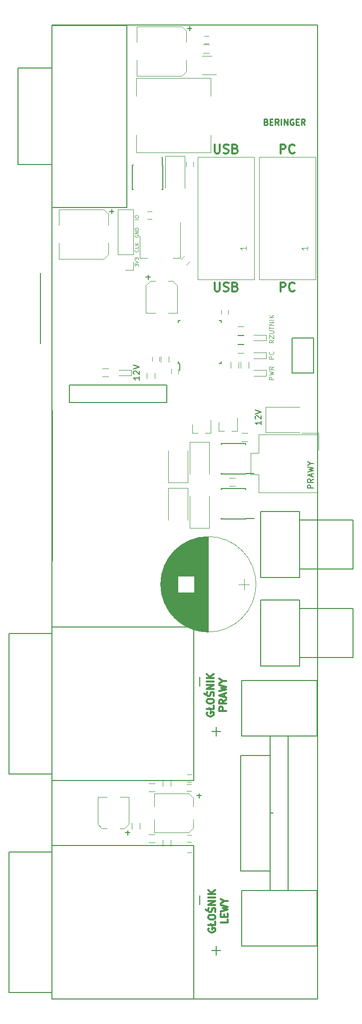
<source format=gbr>
G04 #@! TF.GenerationSoftware,KiCad,Pcbnew,(5.0.0-rc2-dev-311-g1dd4af297)*
G04 #@! TF.CreationDate,2018-07-03T13:58:45+02:00*
G04 #@! TF.ProjectId,resetUSB,72657365745553422E6B696361645F70,1.0*
G04 #@! TF.SameCoordinates,PX29ff57cPY2521014*
G04 #@! TF.FileFunction,Legend,Top*
G04 #@! TF.FilePolarity,Positive*
%FSLAX46Y46*%
G04 Gerber Fmt 4.6, Leading zero omitted, Abs format (unit mm)*
G04 Created by KiCad (PCBNEW (5.0.0-rc2-dev-311-g1dd4af297)) date 07/03/18 13:58:45*
%MOMM*%
%LPD*%
G01*
G04 APERTURE LIST*
%ADD10C,0.150000*%
%ADD11C,0.250000*%
%ADD12C,0.300000*%
%ADD13C,0.100000*%
%ADD14C,0.200000*%
%ADD15C,0.120000*%
G04 APERTURE END LIST*
D10*
X35452380Y-67119047D02*
X35452380Y-67690476D01*
X35452380Y-67404761D02*
X34452380Y-67404761D01*
X34595238Y-67500000D01*
X34690476Y-67595238D01*
X34738095Y-67690476D01*
X34547619Y-66738095D02*
X34500000Y-66690476D01*
X34452380Y-66595238D01*
X34452380Y-66357142D01*
X34500000Y-66261904D01*
X34547619Y-66214285D01*
X34642857Y-66166666D01*
X34738095Y-66166666D01*
X34880952Y-66214285D01*
X35452380Y-66785714D01*
X35452380Y-66166666D01*
X34452380Y-65880952D02*
X35452380Y-65547619D01*
X34452380Y-65214285D01*
D11*
X36274761Y-16438571D02*
X36417619Y-16486190D01*
X36465238Y-16533809D01*
X36512857Y-16629047D01*
X36512857Y-16771904D01*
X36465238Y-16867142D01*
X36417619Y-16914761D01*
X36322380Y-16962380D01*
X35941428Y-16962380D01*
X35941428Y-15962380D01*
X36274761Y-15962380D01*
X36370000Y-16010000D01*
X36417619Y-16057619D01*
X36465238Y-16152857D01*
X36465238Y-16248095D01*
X36417619Y-16343333D01*
X36370000Y-16390952D01*
X36274761Y-16438571D01*
X35941428Y-16438571D01*
X36941428Y-16438571D02*
X37274761Y-16438571D01*
X37417619Y-16962380D02*
X36941428Y-16962380D01*
X36941428Y-15962380D01*
X37417619Y-15962380D01*
X38417619Y-16962380D02*
X38084285Y-16486190D01*
X37846190Y-16962380D02*
X37846190Y-15962380D01*
X38227142Y-15962380D01*
X38322380Y-16010000D01*
X38370000Y-16057619D01*
X38417619Y-16152857D01*
X38417619Y-16295714D01*
X38370000Y-16390952D01*
X38322380Y-16438571D01*
X38227142Y-16486190D01*
X37846190Y-16486190D01*
X38846190Y-16962380D02*
X38846190Y-15962380D01*
X39322380Y-16962380D02*
X39322380Y-15962380D01*
X39893809Y-16962380D01*
X39893809Y-15962380D01*
X40893809Y-16010000D02*
X40798571Y-15962380D01*
X40655714Y-15962380D01*
X40512857Y-16010000D01*
X40417619Y-16105238D01*
X40370000Y-16200476D01*
X40322380Y-16390952D01*
X40322380Y-16533809D01*
X40370000Y-16724285D01*
X40417619Y-16819523D01*
X40512857Y-16914761D01*
X40655714Y-16962380D01*
X40750952Y-16962380D01*
X40893809Y-16914761D01*
X40941428Y-16867142D01*
X40941428Y-16533809D01*
X40750952Y-16533809D01*
X41370000Y-16438571D02*
X41703333Y-16438571D01*
X41846190Y-16962380D02*
X41370000Y-16962380D01*
X41370000Y-15962380D01*
X41846190Y-15962380D01*
X42846190Y-16962380D02*
X42512857Y-16486190D01*
X42274761Y-16962380D02*
X42274761Y-15962380D01*
X42655714Y-15962380D01*
X42750952Y-16010000D01*
X42798571Y-16057619D01*
X42846190Y-16152857D01*
X42846190Y-16295714D01*
X42798571Y-16390952D01*
X42750952Y-16438571D01*
X42655714Y-16486190D01*
X42274761Y-16486190D01*
D12*
X27571142Y-43628571D02*
X27571142Y-44842857D01*
X27642571Y-44985714D01*
X27714000Y-45057142D01*
X27856857Y-45128571D01*
X28142571Y-45128571D01*
X28285428Y-45057142D01*
X28356857Y-44985714D01*
X28428285Y-44842857D01*
X28428285Y-43628571D01*
X29071142Y-45057142D02*
X29285428Y-45128571D01*
X29642571Y-45128571D01*
X29785428Y-45057142D01*
X29856857Y-44985714D01*
X29928285Y-44842857D01*
X29928285Y-44700000D01*
X29856857Y-44557142D01*
X29785428Y-44485714D01*
X29642571Y-44414285D01*
X29356857Y-44342857D01*
X29214000Y-44271428D01*
X29142571Y-44200000D01*
X29071142Y-44057142D01*
X29071142Y-43914285D01*
X29142571Y-43771428D01*
X29214000Y-43700000D01*
X29356857Y-43628571D01*
X29714000Y-43628571D01*
X29928285Y-43700000D01*
X31071142Y-44342857D02*
X31285428Y-44414285D01*
X31356857Y-44485714D01*
X31428285Y-44628571D01*
X31428285Y-44842857D01*
X31356857Y-44985714D01*
X31285428Y-45057142D01*
X31142571Y-45128571D01*
X30571142Y-45128571D01*
X30571142Y-43628571D01*
X31071142Y-43628571D01*
X31214000Y-43700000D01*
X31285428Y-43771428D01*
X31356857Y-43914285D01*
X31356857Y-44057142D01*
X31285428Y-44200000D01*
X31214000Y-44271428D01*
X31071142Y-44342857D01*
X30571142Y-44342857D01*
X38735142Y-45128571D02*
X38735142Y-43628571D01*
X39306571Y-43628571D01*
X39449428Y-43700000D01*
X39520857Y-43771428D01*
X39592285Y-43914285D01*
X39592285Y-44128571D01*
X39520857Y-44271428D01*
X39449428Y-44342857D01*
X39306571Y-44414285D01*
X38735142Y-44414285D01*
X41092285Y-44985714D02*
X41020857Y-45057142D01*
X40806571Y-45128571D01*
X40663714Y-45128571D01*
X40449428Y-45057142D01*
X40306571Y-44914285D01*
X40235142Y-44771428D01*
X40163714Y-44485714D01*
X40163714Y-44271428D01*
X40235142Y-43985714D01*
X40306571Y-43842857D01*
X40449428Y-43700000D01*
X40663714Y-43628571D01*
X40806571Y-43628571D01*
X41020857Y-43700000D01*
X41092285Y-43771428D01*
D13*
X14622428Y-32953285D02*
X14022428Y-32953285D01*
X14022428Y-32553285D02*
X14022428Y-32439000D01*
X14051000Y-32381857D01*
X14108142Y-32324714D01*
X14222428Y-32296142D01*
X14422428Y-32296142D01*
X14536714Y-32324714D01*
X14593857Y-32381857D01*
X14622428Y-32439000D01*
X14622428Y-32553285D01*
X14593857Y-32610428D01*
X14536714Y-32667571D01*
X14422428Y-32696142D01*
X14222428Y-32696142D01*
X14108142Y-32667571D01*
X14051000Y-32610428D01*
X14022428Y-32553285D01*
X14051000Y-35636142D02*
X14022428Y-35693285D01*
X14022428Y-35779000D01*
X14051000Y-35864714D01*
X14108142Y-35921857D01*
X14165285Y-35950428D01*
X14279571Y-35979000D01*
X14365285Y-35979000D01*
X14479571Y-35950428D01*
X14536714Y-35921857D01*
X14593857Y-35864714D01*
X14622428Y-35779000D01*
X14622428Y-35721857D01*
X14593857Y-35636142D01*
X14565285Y-35607571D01*
X14365285Y-35607571D01*
X14365285Y-35721857D01*
X14622428Y-35350428D02*
X14022428Y-35350428D01*
X14622428Y-35007571D01*
X14022428Y-35007571D01*
X14622428Y-34721857D02*
X14022428Y-34721857D01*
X14022428Y-34579000D01*
X14051000Y-34493285D01*
X14108142Y-34436142D01*
X14165285Y-34407571D01*
X14279571Y-34379000D01*
X14365285Y-34379000D01*
X14479571Y-34407571D01*
X14536714Y-34436142D01*
X14593857Y-34493285D01*
X14622428Y-34579000D01*
X14622428Y-34721857D01*
X14565285Y-38076142D02*
X14593857Y-38104714D01*
X14622428Y-38190428D01*
X14622428Y-38247571D01*
X14593857Y-38333285D01*
X14536714Y-38390428D01*
X14479571Y-38419000D01*
X14365285Y-38447571D01*
X14279571Y-38447571D01*
X14165285Y-38419000D01*
X14108142Y-38390428D01*
X14051000Y-38333285D01*
X14022428Y-38247571D01*
X14022428Y-38190428D01*
X14051000Y-38104714D01*
X14079571Y-38076142D01*
X14622428Y-37533285D02*
X14622428Y-37819000D01*
X14022428Y-37819000D01*
X14622428Y-37333285D02*
X14022428Y-37333285D01*
X14622428Y-36990428D02*
X14279571Y-37247571D01*
X14022428Y-36990428D02*
X14365285Y-37333285D01*
X14022428Y-40874857D02*
X14022428Y-40503428D01*
X14251000Y-40703428D01*
X14251000Y-40617714D01*
X14279571Y-40560571D01*
X14308142Y-40532000D01*
X14365285Y-40503428D01*
X14508142Y-40503428D01*
X14565285Y-40532000D01*
X14593857Y-40560571D01*
X14622428Y-40617714D01*
X14622428Y-40789142D01*
X14593857Y-40846285D01*
X14565285Y-40874857D01*
X14022428Y-40332000D02*
X14622428Y-40132000D01*
X14022428Y-39932000D01*
X14022428Y-39789142D02*
X14022428Y-39417714D01*
X14251000Y-39617714D01*
X14251000Y-39532000D01*
X14279571Y-39474857D01*
X14308142Y-39446285D01*
X14365285Y-39417714D01*
X14508142Y-39417714D01*
X14565285Y-39446285D01*
X14593857Y-39474857D01*
X14622428Y-39532000D01*
X14622428Y-39703428D01*
X14593857Y-39760571D01*
X14565285Y-39789142D01*
D10*
X0Y-165000000D02*
X0Y0D01*
X45000000Y-165000000D02*
X0Y-165000000D01*
X45000000Y0D02*
X45000000Y-165000000D01*
X0Y0D02*
X45000000Y0D01*
D12*
X27571142Y-20260571D02*
X27571142Y-21474857D01*
X27642571Y-21617714D01*
X27714000Y-21689142D01*
X27856857Y-21760571D01*
X28142571Y-21760571D01*
X28285428Y-21689142D01*
X28356857Y-21617714D01*
X28428285Y-21474857D01*
X28428285Y-20260571D01*
X29071142Y-21689142D02*
X29285428Y-21760571D01*
X29642571Y-21760571D01*
X29785428Y-21689142D01*
X29856857Y-21617714D01*
X29928285Y-21474857D01*
X29928285Y-21332000D01*
X29856857Y-21189142D01*
X29785428Y-21117714D01*
X29642571Y-21046285D01*
X29356857Y-20974857D01*
X29214000Y-20903428D01*
X29142571Y-20832000D01*
X29071142Y-20689142D01*
X29071142Y-20546285D01*
X29142571Y-20403428D01*
X29214000Y-20332000D01*
X29356857Y-20260571D01*
X29714000Y-20260571D01*
X29928285Y-20332000D01*
X31071142Y-20974857D02*
X31285428Y-21046285D01*
X31356857Y-21117714D01*
X31428285Y-21260571D01*
X31428285Y-21474857D01*
X31356857Y-21617714D01*
X31285428Y-21689142D01*
X31142571Y-21760571D01*
X30571142Y-21760571D01*
X30571142Y-20260571D01*
X31071142Y-20260571D01*
X31214000Y-20332000D01*
X31285428Y-20403428D01*
X31356857Y-20546285D01*
X31356857Y-20689142D01*
X31285428Y-20832000D01*
X31214000Y-20903428D01*
X31071142Y-20974857D01*
X30571142Y-20974857D01*
X26544000Y-152999714D02*
X26486857Y-153114000D01*
X26486857Y-153285428D01*
X26544000Y-153456857D01*
X26658285Y-153571142D01*
X26772571Y-153628285D01*
X27001142Y-153685428D01*
X27172571Y-153685428D01*
X27401142Y-153628285D01*
X27515428Y-153571142D01*
X27629714Y-153456857D01*
X27686857Y-153285428D01*
X27686857Y-153171142D01*
X27629714Y-152999714D01*
X27572571Y-152942571D01*
X27172571Y-152942571D01*
X27172571Y-153171142D01*
X27686857Y-151856857D02*
X27686857Y-152428285D01*
X26486857Y-152428285D01*
X27115428Y-152599714D02*
X26886857Y-152256857D01*
X26486857Y-151228285D02*
X26486857Y-150999714D01*
X26544000Y-150885428D01*
X26658285Y-150771142D01*
X26886857Y-150714000D01*
X27286857Y-150714000D01*
X27515428Y-150771142D01*
X27629714Y-150885428D01*
X27686857Y-150999714D01*
X27686857Y-151228285D01*
X27629714Y-151342571D01*
X27515428Y-151456857D01*
X27286857Y-151514000D01*
X26886857Y-151514000D01*
X26658285Y-151456857D01*
X26544000Y-151342571D01*
X26486857Y-151228285D01*
X27629714Y-150256857D02*
X27686857Y-150085428D01*
X27686857Y-149799714D01*
X27629714Y-149685428D01*
X27572571Y-149628285D01*
X27458285Y-149571142D01*
X27344000Y-149571142D01*
X27229714Y-149628285D01*
X27172571Y-149685428D01*
X27115428Y-149799714D01*
X27058285Y-150028285D01*
X27001142Y-150142571D01*
X26944000Y-150199714D01*
X26829714Y-150256857D01*
X26715428Y-150256857D01*
X26601142Y-150199714D01*
X26544000Y-150142571D01*
X26486857Y-150028285D01*
X26486857Y-149742571D01*
X26544000Y-149571142D01*
X26029714Y-149799714D02*
X26201142Y-149971142D01*
X27686857Y-149056857D02*
X26486857Y-149056857D01*
X27686857Y-148371142D01*
X26486857Y-148371142D01*
X27686857Y-147799714D02*
X26486857Y-147799714D01*
X27686857Y-147228285D02*
X26486857Y-147228285D01*
X27686857Y-146542571D02*
X27001142Y-147056857D01*
X26486857Y-146542571D02*
X27172571Y-147228285D01*
X29786857Y-151485428D02*
X29786857Y-152056857D01*
X28586857Y-152056857D01*
X29158285Y-151085428D02*
X29158285Y-150685428D01*
X29786857Y-150514000D02*
X29786857Y-151085428D01*
X28586857Y-151085428D01*
X28586857Y-150514000D01*
X28586857Y-150114000D02*
X29786857Y-149828285D01*
X28929714Y-149599714D01*
X29786857Y-149371142D01*
X28586857Y-149085428D01*
X29215428Y-148399714D02*
X29786857Y-148399714D01*
X28586857Y-148799714D02*
X29215428Y-148399714D01*
X28586857Y-147999714D01*
D14*
X44298380Y-78468476D02*
X43298380Y-78468476D01*
X43298380Y-78087523D01*
X43346000Y-77992285D01*
X43393619Y-77944666D01*
X43488857Y-77897047D01*
X43631714Y-77897047D01*
X43726952Y-77944666D01*
X43774571Y-77992285D01*
X43822190Y-78087523D01*
X43822190Y-78468476D01*
X44298380Y-76897047D02*
X43822190Y-77230380D01*
X44298380Y-77468476D02*
X43298380Y-77468476D01*
X43298380Y-77087523D01*
X43346000Y-76992285D01*
X43393619Y-76944666D01*
X43488857Y-76897047D01*
X43631714Y-76897047D01*
X43726952Y-76944666D01*
X43774571Y-76992285D01*
X43822190Y-77087523D01*
X43822190Y-77468476D01*
X44012666Y-76516095D02*
X44012666Y-76039904D01*
X44298380Y-76611333D02*
X43298380Y-76278000D01*
X44298380Y-75944666D01*
X43298380Y-75706571D02*
X44298380Y-75468476D01*
X43584095Y-75278000D01*
X44298380Y-75087523D01*
X43298380Y-74849428D01*
X43822190Y-74278000D02*
X44298380Y-74278000D01*
X43298380Y-74611333D02*
X43822190Y-74278000D01*
X43298380Y-73944666D01*
D12*
X26290000Y-116423714D02*
X26232857Y-116538000D01*
X26232857Y-116709428D01*
X26290000Y-116880857D01*
X26404285Y-116995142D01*
X26518571Y-117052285D01*
X26747142Y-117109428D01*
X26918571Y-117109428D01*
X27147142Y-117052285D01*
X27261428Y-116995142D01*
X27375714Y-116880857D01*
X27432857Y-116709428D01*
X27432857Y-116595142D01*
X27375714Y-116423714D01*
X27318571Y-116366571D01*
X26918571Y-116366571D01*
X26918571Y-116595142D01*
X27432857Y-115280857D02*
X27432857Y-115852285D01*
X26232857Y-115852285D01*
X26861428Y-116023714D02*
X26632857Y-115680857D01*
X26232857Y-114652285D02*
X26232857Y-114423714D01*
X26290000Y-114309428D01*
X26404285Y-114195142D01*
X26632857Y-114138000D01*
X27032857Y-114138000D01*
X27261428Y-114195142D01*
X27375714Y-114309428D01*
X27432857Y-114423714D01*
X27432857Y-114652285D01*
X27375714Y-114766571D01*
X27261428Y-114880857D01*
X27032857Y-114938000D01*
X26632857Y-114938000D01*
X26404285Y-114880857D01*
X26290000Y-114766571D01*
X26232857Y-114652285D01*
X27375714Y-113680857D02*
X27432857Y-113509428D01*
X27432857Y-113223714D01*
X27375714Y-113109428D01*
X27318571Y-113052285D01*
X27204285Y-112995142D01*
X27090000Y-112995142D01*
X26975714Y-113052285D01*
X26918571Y-113109428D01*
X26861428Y-113223714D01*
X26804285Y-113452285D01*
X26747142Y-113566571D01*
X26690000Y-113623714D01*
X26575714Y-113680857D01*
X26461428Y-113680857D01*
X26347142Y-113623714D01*
X26290000Y-113566571D01*
X26232857Y-113452285D01*
X26232857Y-113166571D01*
X26290000Y-112995142D01*
X25775714Y-113223714D02*
X25947142Y-113395142D01*
X27432857Y-112480857D02*
X26232857Y-112480857D01*
X27432857Y-111795142D01*
X26232857Y-111795142D01*
X27432857Y-111223714D02*
X26232857Y-111223714D01*
X27432857Y-110652285D02*
X26232857Y-110652285D01*
X27432857Y-109966571D02*
X26747142Y-110480857D01*
X26232857Y-109966571D02*
X26918571Y-110652285D01*
X29532857Y-116166571D02*
X28332857Y-116166571D01*
X28332857Y-115709428D01*
X28390000Y-115595142D01*
X28447142Y-115538000D01*
X28561428Y-115480857D01*
X28732857Y-115480857D01*
X28847142Y-115538000D01*
X28904285Y-115595142D01*
X28961428Y-115709428D01*
X28961428Y-116166571D01*
X29532857Y-114280857D02*
X28961428Y-114680857D01*
X29532857Y-114966571D02*
X28332857Y-114966571D01*
X28332857Y-114509428D01*
X28390000Y-114395142D01*
X28447142Y-114338000D01*
X28561428Y-114280857D01*
X28732857Y-114280857D01*
X28847142Y-114338000D01*
X28904285Y-114395142D01*
X28961428Y-114509428D01*
X28961428Y-114966571D01*
X29190000Y-113823714D02*
X29190000Y-113252285D01*
X29532857Y-113938000D02*
X28332857Y-113538000D01*
X29532857Y-113138000D01*
X28332857Y-112852285D02*
X29532857Y-112566571D01*
X28675714Y-112338000D01*
X29532857Y-112109428D01*
X28332857Y-111823714D01*
X28961428Y-111138000D02*
X29532857Y-111138000D01*
X28332857Y-111538000D02*
X28961428Y-111138000D01*
X28332857Y-110738000D01*
D10*
X14803380Y-59547047D02*
X14803380Y-60118476D01*
X14803380Y-59832761D02*
X13803380Y-59832761D01*
X13946238Y-59928000D01*
X14041476Y-60023238D01*
X14089095Y-60118476D01*
X13898619Y-59166095D02*
X13851000Y-59118476D01*
X13803380Y-59023238D01*
X13803380Y-58785142D01*
X13851000Y-58689904D01*
X13898619Y-58642285D01*
X13993857Y-58594666D01*
X14089095Y-58594666D01*
X14231952Y-58642285D01*
X14803380Y-59213714D01*
X14803380Y-58594666D01*
X13803380Y-58308952D02*
X14803380Y-57975619D01*
X13803380Y-57642285D01*
D15*
X37572904Y-53366666D02*
X37191952Y-53633333D01*
X37572904Y-53823809D02*
X36772904Y-53823809D01*
X36772904Y-53519047D01*
X36811000Y-53442857D01*
X36849095Y-53404761D01*
X36925285Y-53366666D01*
X37039571Y-53366666D01*
X37115761Y-53404761D01*
X37153857Y-53442857D01*
X37191952Y-53519047D01*
X37191952Y-53823809D01*
X36772904Y-53100000D02*
X36772904Y-52566666D01*
X37572904Y-53100000D01*
X37572904Y-52566666D01*
X36772904Y-52261904D02*
X37420523Y-52261904D01*
X37496714Y-52223809D01*
X37534809Y-52185714D01*
X37572904Y-52109523D01*
X37572904Y-51957142D01*
X37534809Y-51880952D01*
X37496714Y-51842857D01*
X37420523Y-51804761D01*
X36772904Y-51804761D01*
X36772904Y-51538095D02*
X36772904Y-51080952D01*
X37572904Y-51309523D02*
X36772904Y-51309523D01*
X37572904Y-50814285D02*
X36772904Y-50814285D01*
X37572904Y-50357142D01*
X36772904Y-50357142D01*
X37572904Y-49976190D02*
X36772904Y-49976190D01*
X37572904Y-49595238D02*
X36772904Y-49595238D01*
X37572904Y-49138095D02*
X37115761Y-49480952D01*
X36772904Y-49138095D02*
X37230047Y-49595238D01*
X37572904Y-56609523D02*
X36772904Y-56609523D01*
X36772904Y-56304761D01*
X36811000Y-56228571D01*
X36849095Y-56190476D01*
X36925285Y-56152380D01*
X37039571Y-56152380D01*
X37115761Y-56190476D01*
X37153857Y-56228571D01*
X37191952Y-56304761D01*
X37191952Y-56609523D01*
X37496714Y-55352380D02*
X37534809Y-55390476D01*
X37572904Y-55504761D01*
X37572904Y-55580952D01*
X37534809Y-55695238D01*
X37458619Y-55771428D01*
X37382428Y-55809523D01*
X37230047Y-55847619D01*
X37115761Y-55847619D01*
X36963380Y-55809523D01*
X36887190Y-55771428D01*
X36811000Y-55695238D01*
X36772904Y-55580952D01*
X36772904Y-55504761D01*
X36811000Y-55390476D01*
X36849095Y-55352380D01*
X37572904Y-60066666D02*
X36772904Y-60066666D01*
X36772904Y-59761904D01*
X36811000Y-59685714D01*
X36849095Y-59647619D01*
X36925285Y-59609523D01*
X37039571Y-59609523D01*
X37115761Y-59647619D01*
X37153857Y-59685714D01*
X37191952Y-59761904D01*
X37191952Y-60066666D01*
X36772904Y-59342857D02*
X37572904Y-59152380D01*
X37001476Y-59000000D01*
X37572904Y-58847619D01*
X36772904Y-58657142D01*
X37572904Y-57895238D02*
X37191952Y-58161904D01*
X37572904Y-58352380D02*
X36772904Y-58352380D01*
X36772904Y-58047619D01*
X36811000Y-57971428D01*
X36849095Y-57933333D01*
X36925285Y-57895238D01*
X37039571Y-57895238D01*
X37115761Y-57933333D01*
X37153857Y-57971428D01*
X37191952Y-58047619D01*
X37191952Y-58352380D01*
D12*
X38735142Y-21760571D02*
X38735142Y-20260571D01*
X39306571Y-20260571D01*
X39449428Y-20332000D01*
X39520857Y-20403428D01*
X39592285Y-20546285D01*
X39592285Y-20760571D01*
X39520857Y-20903428D01*
X39449428Y-20974857D01*
X39306571Y-21046285D01*
X38735142Y-21046285D01*
X41092285Y-21617714D02*
X41020857Y-21689142D01*
X40806571Y-21760571D01*
X40663714Y-21760571D01*
X40449428Y-21689142D01*
X40306571Y-21546285D01*
X40235142Y-21403428D01*
X40163714Y-21117714D01*
X40163714Y-20903428D01*
X40235142Y-20617714D01*
X40306571Y-20474857D01*
X40449428Y-20332000D01*
X40663714Y-20260571D01*
X40806571Y-20260571D01*
X41020857Y-20332000D01*
X41092285Y-20403428D01*
D10*
X19426000Y-60984000D02*
X2926000Y-60984000D01*
X2926000Y-60984000D02*
X2926000Y-63984000D01*
X2926000Y-63984000D02*
X19426000Y-63984000D01*
X19426000Y-63984000D02*
X19426000Y-60984000D01*
D15*
X16084000Y-59936000D02*
X16084000Y-58936000D01*
X17444000Y-58936000D02*
X17444000Y-59936000D01*
X34566000Y-94742000D02*
G75*
G03X34566000Y-94742000I-8090000J0D01*
G01*
X26476000Y-102793000D02*
X26476000Y-86691000D01*
X26436000Y-102792000D02*
X26436000Y-86692000D01*
X26396000Y-102792000D02*
X26396000Y-86692000D01*
X26356000Y-102792000D02*
X26356000Y-86692000D01*
X26316000Y-102791000D02*
X26316000Y-86693000D01*
X26276000Y-102790000D02*
X26276000Y-86694000D01*
X26236000Y-102789000D02*
X26236000Y-86695000D01*
X26196000Y-102788000D02*
X26196000Y-86696000D01*
X26156000Y-102786000D02*
X26156000Y-86698000D01*
X26116000Y-102784000D02*
X26116000Y-86700000D01*
X26076000Y-102783000D02*
X26076000Y-86701000D01*
X26036000Y-102781000D02*
X26036000Y-86703000D01*
X25996000Y-102778000D02*
X25996000Y-86706000D01*
X25956000Y-102776000D02*
X25956000Y-86708000D01*
X25916000Y-102773000D02*
X25916000Y-86711000D01*
X25876000Y-102770000D02*
X25876000Y-86714000D01*
X25836000Y-102767000D02*
X25836000Y-86717000D01*
X25796000Y-102764000D02*
X25796000Y-86720000D01*
X25755000Y-102760000D02*
X25755000Y-86724000D01*
X25715000Y-102757000D02*
X25715000Y-86727000D01*
X25675000Y-102753000D02*
X25675000Y-86731000D01*
X25635000Y-102749000D02*
X25635000Y-86735000D01*
X25595000Y-102744000D02*
X25595000Y-86740000D01*
X25555000Y-102740000D02*
X25555000Y-86744000D01*
X25515000Y-102735000D02*
X25515000Y-86749000D01*
X25475000Y-102730000D02*
X25475000Y-86754000D01*
X25435000Y-102725000D02*
X25435000Y-86759000D01*
X25395000Y-102720000D02*
X25395000Y-86764000D01*
X25355000Y-102715000D02*
X25355000Y-86769000D01*
X25315000Y-102709000D02*
X25315000Y-86775000D01*
X25275000Y-102703000D02*
X25275000Y-86781000D01*
X25235000Y-102697000D02*
X25235000Y-86787000D01*
X25195000Y-102691000D02*
X25195000Y-86793000D01*
X25155000Y-102684000D02*
X25155000Y-86800000D01*
X25115000Y-102677000D02*
X25115000Y-86807000D01*
X25075000Y-102670000D02*
X25075000Y-86814000D01*
X25035000Y-102663000D02*
X25035000Y-86821000D01*
X24995000Y-102656000D02*
X24995000Y-86828000D01*
X24955000Y-102648000D02*
X24955000Y-86836000D01*
X24915000Y-102641000D02*
X24915000Y-86843000D01*
X24875000Y-102633000D02*
X24875000Y-86851000D01*
X24835000Y-102625000D02*
X24835000Y-86859000D01*
X24795000Y-102616000D02*
X24795000Y-86868000D01*
X24755000Y-102608000D02*
X24755000Y-86876000D01*
X24715000Y-102599000D02*
X24715000Y-86885000D01*
X24675000Y-102590000D02*
X24675000Y-86894000D01*
X24635000Y-102580000D02*
X24635000Y-86904000D01*
X24595000Y-102571000D02*
X24595000Y-86913000D01*
X24555000Y-102561000D02*
X24555000Y-86923000D01*
X24515000Y-102551000D02*
X24515000Y-86933000D01*
X24475000Y-102541000D02*
X24475000Y-86943000D01*
X24435000Y-102531000D02*
X24435000Y-86953000D01*
X24395000Y-102521000D02*
X24395000Y-86963000D01*
X24355000Y-102510000D02*
X24355000Y-86974000D01*
X24315000Y-102499000D02*
X24315000Y-86985000D01*
X24275000Y-102488000D02*
X24275000Y-86996000D01*
X24235000Y-102476000D02*
X24235000Y-87008000D01*
X24195000Y-102465000D02*
X24195000Y-87019000D01*
X24155000Y-102453000D02*
X24155000Y-87031000D01*
X24115000Y-102441000D02*
X24115000Y-87043000D01*
X24075000Y-102428000D02*
X24075000Y-96122000D01*
X24075000Y-93362000D02*
X24075000Y-87056000D01*
X24035000Y-102416000D02*
X24035000Y-96122000D01*
X24035000Y-93362000D02*
X24035000Y-87068000D01*
X23995000Y-102403000D02*
X23995000Y-96122000D01*
X23995000Y-93362000D02*
X23995000Y-87081000D01*
X23955000Y-102390000D02*
X23955000Y-96122000D01*
X23955000Y-93362000D02*
X23955000Y-87094000D01*
X23915000Y-102377000D02*
X23915000Y-96122000D01*
X23915000Y-93362000D02*
X23915000Y-87107000D01*
X23875000Y-102363000D02*
X23875000Y-96122000D01*
X23875000Y-93362000D02*
X23875000Y-87121000D01*
X23835000Y-102350000D02*
X23835000Y-96122000D01*
X23835000Y-93362000D02*
X23835000Y-87134000D01*
X23795000Y-102336000D02*
X23795000Y-96122000D01*
X23795000Y-93362000D02*
X23795000Y-87148000D01*
X23755000Y-102322000D02*
X23755000Y-96122000D01*
X23755000Y-93362000D02*
X23755000Y-87162000D01*
X23715000Y-102307000D02*
X23715000Y-96122000D01*
X23715000Y-93362000D02*
X23715000Y-87177000D01*
X23675000Y-102292000D02*
X23675000Y-96122000D01*
X23675000Y-93362000D02*
X23675000Y-87192000D01*
X23635000Y-102278000D02*
X23635000Y-96122000D01*
X23635000Y-93362000D02*
X23635000Y-87206000D01*
X23595000Y-102263000D02*
X23595000Y-96122000D01*
X23595000Y-93362000D02*
X23595000Y-87221000D01*
X23555000Y-102247000D02*
X23555000Y-96122000D01*
X23555000Y-93362000D02*
X23555000Y-87237000D01*
X23515000Y-102232000D02*
X23515000Y-96122000D01*
X23515000Y-93362000D02*
X23515000Y-87252000D01*
X23475000Y-102216000D02*
X23475000Y-96122000D01*
X23475000Y-93362000D02*
X23475000Y-87268000D01*
X23435000Y-102200000D02*
X23435000Y-96122000D01*
X23435000Y-93362000D02*
X23435000Y-87284000D01*
X23395000Y-102183000D02*
X23395000Y-96122000D01*
X23395000Y-93362000D02*
X23395000Y-87301000D01*
X23355000Y-102167000D02*
X23355000Y-96122000D01*
X23355000Y-93362000D02*
X23355000Y-87317000D01*
X23315000Y-102150000D02*
X23315000Y-96122000D01*
X23315000Y-93362000D02*
X23315000Y-87334000D01*
X23275000Y-102133000D02*
X23275000Y-96122000D01*
X23275000Y-93362000D02*
X23275000Y-87351000D01*
X23235000Y-102115000D02*
X23235000Y-96122000D01*
X23235000Y-93362000D02*
X23235000Y-87369000D01*
X23195000Y-102098000D02*
X23195000Y-96122000D01*
X23195000Y-93362000D02*
X23195000Y-87386000D01*
X23155000Y-102080000D02*
X23155000Y-96122000D01*
X23155000Y-93362000D02*
X23155000Y-87404000D01*
X23115000Y-102062000D02*
X23115000Y-96122000D01*
X23115000Y-93362000D02*
X23115000Y-87422000D01*
X23075000Y-102043000D02*
X23075000Y-96122000D01*
X23075000Y-93362000D02*
X23075000Y-87441000D01*
X23035000Y-102025000D02*
X23035000Y-96122000D01*
X23035000Y-93362000D02*
X23035000Y-87459000D01*
X22995000Y-102006000D02*
X22995000Y-96122000D01*
X22995000Y-93362000D02*
X22995000Y-87478000D01*
X22955000Y-101987000D02*
X22955000Y-96122000D01*
X22955000Y-93362000D02*
X22955000Y-87497000D01*
X22915000Y-101967000D02*
X22915000Y-96122000D01*
X22915000Y-93362000D02*
X22915000Y-87517000D01*
X22875000Y-101947000D02*
X22875000Y-96122000D01*
X22875000Y-93362000D02*
X22875000Y-87537000D01*
X22835000Y-101927000D02*
X22835000Y-96122000D01*
X22835000Y-93362000D02*
X22835000Y-87557000D01*
X22795000Y-101907000D02*
X22795000Y-96122000D01*
X22795000Y-93362000D02*
X22795000Y-87577000D01*
X22755000Y-101886000D02*
X22755000Y-96122000D01*
X22755000Y-93362000D02*
X22755000Y-87598000D01*
X22715000Y-101866000D02*
X22715000Y-96122000D01*
X22715000Y-93362000D02*
X22715000Y-87618000D01*
X22675000Y-101844000D02*
X22675000Y-96122000D01*
X22675000Y-93362000D02*
X22675000Y-87640000D01*
X22635000Y-101823000D02*
X22635000Y-96122000D01*
X22635000Y-93362000D02*
X22635000Y-87661000D01*
X22595000Y-101801000D02*
X22595000Y-96122000D01*
X22595000Y-93362000D02*
X22595000Y-87683000D01*
X22555000Y-101779000D02*
X22555000Y-96122000D01*
X22555000Y-93362000D02*
X22555000Y-87705000D01*
X22515000Y-101757000D02*
X22515000Y-96122000D01*
X22515000Y-93362000D02*
X22515000Y-87727000D01*
X22475000Y-101734000D02*
X22475000Y-96122000D01*
X22475000Y-93362000D02*
X22475000Y-87750000D01*
X22435000Y-101712000D02*
X22435000Y-96122000D01*
X22435000Y-93362000D02*
X22435000Y-87772000D01*
X22395000Y-101688000D02*
X22395000Y-96122000D01*
X22395000Y-93362000D02*
X22395000Y-87796000D01*
X22355000Y-101665000D02*
X22355000Y-96122000D01*
X22355000Y-93362000D02*
X22355000Y-87819000D01*
X22315000Y-101641000D02*
X22315000Y-96122000D01*
X22315000Y-93362000D02*
X22315000Y-87843000D01*
X22275000Y-101617000D02*
X22275000Y-96122000D01*
X22275000Y-93362000D02*
X22275000Y-87867000D01*
X22235000Y-101592000D02*
X22235000Y-96122000D01*
X22235000Y-93362000D02*
X22235000Y-87892000D01*
X22195000Y-101568000D02*
X22195000Y-96122000D01*
X22195000Y-93362000D02*
X22195000Y-87916000D01*
X22155000Y-101543000D02*
X22155000Y-96122000D01*
X22155000Y-93362000D02*
X22155000Y-87941000D01*
X22115000Y-101517000D02*
X22115000Y-96122000D01*
X22115000Y-93362000D02*
X22115000Y-87967000D01*
X22075000Y-101491000D02*
X22075000Y-96122000D01*
X22075000Y-93362000D02*
X22075000Y-87993000D01*
X22035000Y-101465000D02*
X22035000Y-96122000D01*
X22035000Y-93362000D02*
X22035000Y-88019000D01*
X21995000Y-101439000D02*
X21995000Y-96122000D01*
X21995000Y-93362000D02*
X21995000Y-88045000D01*
X21955000Y-101412000D02*
X21955000Y-96122000D01*
X21955000Y-93362000D02*
X21955000Y-88072000D01*
X21915000Y-101385000D02*
X21915000Y-96122000D01*
X21915000Y-93362000D02*
X21915000Y-88099000D01*
X21875000Y-101357000D02*
X21875000Y-96122000D01*
X21875000Y-93362000D02*
X21875000Y-88127000D01*
X21835000Y-101330000D02*
X21835000Y-96122000D01*
X21835000Y-93362000D02*
X21835000Y-88154000D01*
X21795000Y-101301000D02*
X21795000Y-96122000D01*
X21795000Y-93362000D02*
X21795000Y-88183000D01*
X21755000Y-101273000D02*
X21755000Y-96122000D01*
X21755000Y-93362000D02*
X21755000Y-88211000D01*
X21715000Y-101244000D02*
X21715000Y-96122000D01*
X21715000Y-93362000D02*
X21715000Y-88240000D01*
X21675000Y-101215000D02*
X21675000Y-96122000D01*
X21675000Y-93362000D02*
X21675000Y-88269000D01*
X21635000Y-101185000D02*
X21635000Y-96122000D01*
X21635000Y-93362000D02*
X21635000Y-88299000D01*
X21595000Y-101155000D02*
X21595000Y-96122000D01*
X21595000Y-93362000D02*
X21595000Y-88329000D01*
X21555000Y-101124000D02*
X21555000Y-96122000D01*
X21555000Y-93362000D02*
X21555000Y-88360000D01*
X21515000Y-101094000D02*
X21515000Y-96122000D01*
X21515000Y-93362000D02*
X21515000Y-88390000D01*
X21475000Y-101062000D02*
X21475000Y-96122000D01*
X21475000Y-93362000D02*
X21475000Y-88422000D01*
X21435000Y-101031000D02*
X21435000Y-96122000D01*
X21435000Y-93362000D02*
X21435000Y-88453000D01*
X21395000Y-100999000D02*
X21395000Y-96122000D01*
X21395000Y-93362000D02*
X21395000Y-88485000D01*
X21355000Y-100966000D02*
X21355000Y-96122000D01*
X21355000Y-93362000D02*
X21355000Y-88518000D01*
X21315000Y-100933000D02*
X21315000Y-88551000D01*
X21275000Y-100900000D02*
X21275000Y-88584000D01*
X21235000Y-100866000D02*
X21235000Y-88618000D01*
X21195000Y-100832000D02*
X21195000Y-88652000D01*
X21155000Y-100797000D02*
X21155000Y-88687000D01*
X21115000Y-100762000D02*
X21115000Y-88722000D01*
X21075000Y-100726000D02*
X21075000Y-88758000D01*
X21035000Y-100690000D02*
X21035000Y-88794000D01*
X20995000Y-100654000D02*
X20995000Y-88830000D01*
X20955000Y-100617000D02*
X20955000Y-88867000D01*
X20915000Y-100579000D02*
X20915000Y-88905000D01*
X20875000Y-100541000D02*
X20875000Y-88943000D01*
X20835000Y-100502000D02*
X20835000Y-88982000D01*
X20795000Y-100463000D02*
X20795000Y-89021000D01*
X20755000Y-100423000D02*
X20755000Y-89061000D01*
X20715000Y-100383000D02*
X20715000Y-89101000D01*
X20675000Y-100342000D02*
X20675000Y-89142000D01*
X20635000Y-100301000D02*
X20635000Y-89183000D01*
X20595000Y-100259000D02*
X20595000Y-89225000D01*
X20555000Y-100216000D02*
X20555000Y-89268000D01*
X20515000Y-100173000D02*
X20515000Y-89311000D01*
X20475000Y-100129000D02*
X20475000Y-89355000D01*
X20435000Y-100085000D02*
X20435000Y-89399000D01*
X20395000Y-100039000D02*
X20395000Y-89445000D01*
X20355000Y-99993000D02*
X20355000Y-89491000D01*
X20315000Y-99947000D02*
X20315000Y-89537000D01*
X20275000Y-99899000D02*
X20275000Y-89585000D01*
X20235000Y-99851000D02*
X20235000Y-89633000D01*
X20195000Y-99802000D02*
X20195000Y-89682000D01*
X20155000Y-99753000D02*
X20155000Y-89731000D01*
X20115000Y-99702000D02*
X20115000Y-89782000D01*
X20075000Y-99651000D02*
X20075000Y-89833000D01*
X20035000Y-99599000D02*
X20035000Y-89885000D01*
X19995000Y-99546000D02*
X19995000Y-89938000D01*
X19955000Y-99492000D02*
X19955000Y-89992000D01*
X19915000Y-99437000D02*
X19915000Y-90047000D01*
X19875000Y-99381000D02*
X19875000Y-90103000D01*
X19835000Y-99324000D02*
X19835000Y-90160000D01*
X19795000Y-99266000D02*
X19795000Y-90218000D01*
X19755000Y-99207000D02*
X19755000Y-90277000D01*
X19715000Y-99147000D02*
X19715000Y-90337000D01*
X19675000Y-99085000D02*
X19675000Y-90399000D01*
X19635000Y-99023000D02*
X19635000Y-90461000D01*
X19595000Y-98959000D02*
X19595000Y-90525000D01*
X19555000Y-98893000D02*
X19555000Y-90591000D01*
X19515000Y-98826000D02*
X19515000Y-90658000D01*
X19475000Y-98758000D02*
X19475000Y-90726000D01*
X19435000Y-98688000D02*
X19435000Y-90796000D01*
X19395000Y-98617000D02*
X19395000Y-90867000D01*
X19355000Y-98544000D02*
X19355000Y-90940000D01*
X19315000Y-98468000D02*
X19315000Y-91016000D01*
X19275000Y-98391000D02*
X19275000Y-91093000D01*
X19235000Y-98312000D02*
X19235000Y-91172000D01*
X19195000Y-98231000D02*
X19195000Y-91253000D01*
X19155000Y-98147000D02*
X19155000Y-91337000D01*
X19115000Y-98061000D02*
X19115000Y-91423000D01*
X19075000Y-97972000D02*
X19075000Y-91512000D01*
X19035000Y-97880000D02*
X19035000Y-91604000D01*
X18995000Y-97784000D02*
X18995000Y-91700000D01*
X18955000Y-97685000D02*
X18955000Y-91799000D01*
X18915000Y-97583000D02*
X18915000Y-91901000D01*
X18875000Y-97475000D02*
X18875000Y-92009000D01*
X18835000Y-97363000D02*
X18835000Y-92121000D01*
X18795000Y-97245000D02*
X18795000Y-92239000D01*
X18755000Y-97121000D02*
X18755000Y-92363000D01*
X18715000Y-96990000D02*
X18715000Y-92494000D01*
X18675000Y-96849000D02*
X18675000Y-92635000D01*
X18635000Y-96698000D02*
X18635000Y-92786000D01*
X18595000Y-96534000D02*
X18595000Y-92950000D01*
X18555000Y-96352000D02*
X18555000Y-93132000D01*
X18515000Y-96147000D02*
X18515000Y-93337000D01*
X18475000Y-95906000D02*
X18475000Y-93578000D01*
X18435000Y-95601000D02*
X18435000Y-93883000D01*
X18395000Y-95105000D02*
X18395000Y-94379000D01*
X33426000Y-94742000D02*
X31626000Y-94742000D01*
X32526000Y-95642000D02*
X32526000Y-93842000D01*
X25662000Y-3384000D02*
X26662000Y-3384000D01*
X26662000Y-4744000D02*
X25662000Y-4744000D01*
X31504000Y-54184000D02*
X32504000Y-54184000D01*
X32504000Y-55544000D02*
X31504000Y-55544000D01*
X31504000Y-51136000D02*
X32504000Y-51136000D01*
X32504000Y-52496000D02*
X31504000Y-52496000D01*
X31504000Y-52660000D02*
X32504000Y-52660000D01*
X32504000Y-54020000D02*
X31504000Y-54020000D01*
D10*
X-5800000Y-7335000D02*
X0Y-7335000D01*
X-5800000Y-23665000D02*
X-5800000Y-7335000D01*
X0Y-23665000D02*
X-5800000Y-23665000D01*
X12700000Y-30905000D02*
X0Y-30905000D01*
X12700000Y-95000D02*
X12700000Y-30905000D01*
X0Y-95000D02*
X12700000Y-95000D01*
X0Y-30905000D02*
X0Y-95000D01*
D15*
X16860000Y-32858000D02*
X16160000Y-32858000D01*
X16160000Y-31658000D02*
X16860000Y-31658000D01*
X21698000Y-33492000D02*
X21698000Y-39502000D01*
X14878000Y-35742000D02*
X14878000Y-39502000D01*
X21698000Y-39502000D02*
X20438000Y-39502000D01*
X14878000Y-39502000D02*
X16138000Y-39502000D01*
X35078000Y-43176000D02*
X35078000Y-22356000D01*
X35078000Y-22356000D02*
X44678000Y-22356000D01*
X44678000Y-22356000D02*
X44678000Y-43176000D01*
X44678000Y-43176000D02*
X35078000Y-43176000D01*
X34264000Y-43176000D02*
X24664000Y-43176000D01*
X34264000Y-22356000D02*
X34264000Y-43176000D01*
X24664000Y-22356000D02*
X34264000Y-22356000D01*
X24664000Y-43176000D02*
X24664000Y-22356000D01*
X25812000Y-1940000D02*
X26512000Y-1940000D01*
X26512000Y-3140000D02*
X25812000Y-3140000D01*
X25489000Y-8458000D02*
X27789000Y-8458000D01*
X27089000Y-5258000D02*
X25489000Y-5258000D01*
X22478000Y-22254000D02*
X22478000Y-27654000D01*
X19178000Y-22254000D02*
X19178000Y-27654000D01*
X22478000Y-22254000D02*
X19178000Y-22254000D01*
D10*
X18717000Y-23763000D02*
X18717000Y-22363000D01*
X13617000Y-23763000D02*
X13617000Y-27913000D01*
X18767000Y-23763000D02*
X18767000Y-27913000D01*
X13617000Y-23763000D02*
X13762000Y-23763000D01*
X13617000Y-27913000D02*
X13762000Y-27913000D01*
X18767000Y-27913000D02*
X18622000Y-27913000D01*
X18767000Y-23763000D02*
X18717000Y-23763000D01*
D15*
X23968000Y-23272000D02*
X23968000Y-23972000D01*
X22768000Y-23972000D02*
X22768000Y-23272000D01*
X22732000Y-1015000D02*
X22732000Y-2935000D01*
X22732000Y-7875000D02*
X22732000Y-5955000D01*
X14352000Y-255000D02*
X14352000Y-2935000D01*
X14352000Y-8635000D02*
X14352000Y-5955000D01*
X14352000Y-255000D02*
X21972000Y-255000D01*
X21972000Y-255000D02*
X22732000Y-1015000D01*
X22732000Y-7875000D02*
X21972000Y-8635000D01*
X21972000Y-8635000D02*
X14352000Y-8635000D01*
X14274000Y-21645000D02*
X14274000Y-18645000D01*
X26874000Y-21645000D02*
X14274000Y-21645000D01*
X26874000Y-18645000D02*
X26874000Y-21645000D01*
X26874000Y-9045000D02*
X26874000Y-12045000D01*
X14274000Y-9045000D02*
X26874000Y-9045000D01*
X14274000Y-12045000D02*
X14274000Y-9045000D01*
X8764000Y-39623000D02*
X1144000Y-39623000D01*
X9524000Y-38863000D02*
X8764000Y-39623000D01*
X8764000Y-31243000D02*
X9524000Y-32003000D01*
X1144000Y-31243000D02*
X8764000Y-31243000D01*
X1144000Y-39623000D02*
X1144000Y-36943000D01*
X1144000Y-31243000D02*
X1144000Y-33923000D01*
X9524000Y-38863000D02*
X9524000Y-36943000D01*
X9524000Y-32003000D02*
X9524000Y-33923000D01*
D10*
X32100000Y-111000000D02*
X44900000Y-111000000D01*
X32100000Y-120400000D02*
X32100000Y-111000000D01*
X44900000Y-120400000D02*
X44900000Y-111000000D01*
X32100000Y-156000000D02*
X44900000Y-156000000D01*
X44900000Y-146600000D02*
X44900000Y-156000000D01*
X32100000Y-146600000D02*
X32100000Y-156000000D01*
X41500000Y-120400000D02*
X44900000Y-120400000D01*
X35500000Y-120400000D02*
X32100000Y-120400000D01*
X41500000Y-146600000D02*
X44900000Y-146600000D01*
X35500000Y-146600000D02*
X32100000Y-146600000D01*
X41500000Y-146600000D02*
X35500000Y-146600000D01*
X35500000Y-120400000D02*
X41500000Y-120400000D01*
X37000000Y-146600000D02*
X37000000Y-120400000D01*
X40000000Y-146600000D02*
X40000000Y-120400000D01*
X37000000Y-133500000D02*
X37500000Y-133500000D01*
X10000Y-90700000D02*
X10000Y-65300000D01*
X-2000000Y-42000000D02*
X-2000000Y-54000000D01*
X51036500Y-83842000D02*
X41936500Y-83842000D01*
X51036500Y-92142000D02*
X51036500Y-83842000D01*
X41936500Y-92142000D02*
X51036500Y-92142000D01*
X41936500Y-82392000D02*
X41936500Y-93592000D01*
X35336500Y-82392000D02*
X41936500Y-82392000D01*
X35336500Y-93592000D02*
X35336500Y-82392000D01*
X41936500Y-93592000D02*
X35336500Y-93592000D01*
D15*
X16379500Y-137131000D02*
X17379500Y-137131000D01*
X17379500Y-138491000D02*
X16379500Y-138491000D01*
X23189500Y-136789500D02*
X17349500Y-136789500D01*
X23949500Y-136029500D02*
X23189500Y-136789500D01*
X23189500Y-130189500D02*
X23949500Y-130949500D01*
X17349500Y-130189500D02*
X23189500Y-130189500D01*
X23949500Y-136029500D02*
X23949500Y-134609500D01*
X23949500Y-130949500D02*
X23949500Y-132369500D01*
X17349500Y-136789500D02*
X17349500Y-134609500D01*
X17349500Y-130189500D02*
X17349500Y-132369500D01*
X18739500Y-128913000D02*
X18739500Y-127913000D01*
X20099500Y-127913000D02*
X20099500Y-128913000D01*
D10*
X41936500Y-108592000D02*
X35336500Y-108592000D01*
X35336500Y-108592000D02*
X35336500Y-97392000D01*
X35336500Y-97392000D02*
X41936500Y-97392000D01*
X41936500Y-97392000D02*
X41936500Y-108592000D01*
X41936500Y-107142000D02*
X51036500Y-107142000D01*
X51036500Y-107142000D02*
X51036500Y-98842000D01*
X51036500Y-98842000D02*
X41936500Y-98842000D01*
D15*
X13045500Y-135322000D02*
X13045500Y-130742000D01*
X12285500Y-136082000D02*
X13045500Y-135322000D01*
X7715500Y-135322000D02*
X8475500Y-136082000D01*
X7715500Y-130742000D02*
X7715500Y-135322000D01*
X8475500Y-136082000D02*
X9265500Y-136082000D01*
X12285500Y-136082000D02*
X11495500Y-136082000D01*
X13045500Y-130742000D02*
X11495500Y-130742000D01*
X7715500Y-130742000D02*
X9265500Y-130742000D01*
X20099500Y-138073000D02*
X20099500Y-139073000D01*
X18739500Y-139073000D02*
X18739500Y-138073000D01*
X22879500Y-137207500D02*
X23579500Y-137207500D01*
X23579500Y-138407500D02*
X22879500Y-138407500D01*
X22867500Y-128575000D02*
X23567500Y-128575000D01*
X23567500Y-129775000D02*
X22867500Y-129775000D01*
X23579500Y-128185000D02*
X22879500Y-128185000D01*
X22879500Y-126985000D02*
X23579500Y-126985000D01*
X23579500Y-140123000D02*
X22879500Y-140123000D01*
X22879500Y-138923000D02*
X23579500Y-138923000D01*
X16379500Y-128495000D02*
X17379500Y-128495000D01*
X17379500Y-129855000D02*
X16379500Y-129855000D01*
D10*
X31996200Y-123700000D02*
X37000000Y-123700000D01*
X31996200Y-143300000D02*
X31996200Y-123700000D01*
X37000000Y-143300000D02*
X31996200Y-143300000D01*
X37000000Y-123700000D02*
X37000000Y-143300000D01*
D15*
X14895500Y-135198000D02*
X14895500Y-136198000D01*
X13535500Y-136198000D02*
X13535500Y-135198000D01*
D10*
X0Y-115000000D02*
X0Y-128000000D01*
X0Y-128000000D02*
X24000000Y-128000000D01*
X24000000Y-128000000D02*
X24000000Y-115000000D01*
X24000000Y-115000000D02*
X24000000Y-102000000D01*
X24000000Y-102000000D02*
X0Y-102000000D01*
X0Y-102000000D02*
X0Y-115000000D01*
X0Y-103100000D02*
X-7300000Y-103100000D01*
X-7300000Y-103100000D02*
X-7300000Y-126900000D01*
X-7300000Y-126900000D02*
X0Y-126900000D01*
X0Y-152000000D02*
X0Y-165000000D01*
X0Y-165000000D02*
X24000000Y-165000000D01*
X24000000Y-165000000D02*
X24000000Y-152000000D01*
X24000000Y-152000000D02*
X24000000Y-139000000D01*
X24000000Y-139000000D02*
X0Y-139000000D01*
X0Y-139000000D02*
X0Y-152000000D01*
X0Y-140100000D02*
X-7300000Y-140100000D01*
X-7300000Y-140100000D02*
X-7300000Y-163900000D01*
X-7300000Y-163900000D02*
X0Y-163900000D01*
D15*
X45176000Y-69164000D02*
X42326000Y-69164000D01*
X45176000Y-72014000D02*
X45176000Y-69164000D01*
X33626000Y-76114000D02*
X33626000Y-74314000D01*
X35026000Y-76114000D02*
X33626000Y-76114000D01*
X35026000Y-79214000D02*
X35026000Y-76114000D01*
X44926000Y-79214000D02*
X35026000Y-79214000D01*
X44926000Y-74314000D02*
X44926000Y-79214000D01*
X33626000Y-72514000D02*
X33626000Y-74314000D01*
X35026000Y-72514000D02*
X33626000Y-72514000D01*
X35026000Y-69414000D02*
X35026000Y-72514000D01*
X44926000Y-69414000D02*
X35026000Y-69414000D01*
X44926000Y-74314000D02*
X44926000Y-69414000D01*
X19685500Y-77482700D02*
X19685500Y-72082700D01*
X22985500Y-77482700D02*
X22985500Y-72082700D01*
X19685500Y-77482700D02*
X22985500Y-77482700D01*
X26668500Y-70682700D02*
X26668500Y-76082700D01*
X23368500Y-70682700D02*
X23368500Y-76082700D01*
X26668500Y-70682700D02*
X23368500Y-70682700D01*
X22985500Y-78429700D02*
X22985500Y-83829700D01*
X19685500Y-78429700D02*
X19685500Y-83829700D01*
X22985500Y-78429700D02*
X19685500Y-78429700D01*
X23734000Y-69126000D02*
X23734000Y-67666000D01*
X26894000Y-69126000D02*
X26894000Y-66966000D01*
X26894000Y-69126000D02*
X25964000Y-69126000D01*
X23734000Y-69126000D02*
X24664000Y-69126000D01*
X28229000Y-68748500D02*
X28229000Y-67288500D01*
X31389000Y-68748500D02*
X31389000Y-66588500D01*
X31389000Y-68748500D02*
X30459000Y-68748500D01*
X28229000Y-68748500D02*
X29159000Y-68748500D01*
X23368500Y-85229700D02*
X23368500Y-79829700D01*
X26668500Y-85229700D02*
X26668500Y-79829700D01*
X23368500Y-85229700D02*
X26668500Y-85229700D01*
D10*
X32821200Y-76006100D02*
X34221200Y-76006100D01*
X32821200Y-70906100D02*
X28671200Y-70906100D01*
X32821200Y-76056100D02*
X28671200Y-76056100D01*
X32821200Y-70906100D02*
X32821200Y-71051100D01*
X28671200Y-70906100D02*
X28671200Y-71051100D01*
X28671200Y-76056100D02*
X28671200Y-75911100D01*
X32821200Y-76056100D02*
X32821200Y-76006100D01*
X32821200Y-83626100D02*
X34221200Y-83626100D01*
X32821200Y-78526100D02*
X28671200Y-78526100D01*
X32821200Y-83676100D02*
X28671200Y-83676100D01*
X32821200Y-78526100D02*
X32821200Y-78671100D01*
X28671200Y-78526100D02*
X28671200Y-78671100D01*
X28671200Y-83676100D02*
X28671200Y-83531100D01*
X32821200Y-83676100D02*
X32821200Y-83626100D01*
D15*
X31008500Y-78096000D02*
X30008500Y-78096000D01*
X30008500Y-76736000D02*
X31008500Y-76736000D01*
X33130800Y-70526800D02*
X32130800Y-70526800D01*
X32130800Y-69166800D02*
X33130800Y-69166800D01*
X13396000Y-59420500D02*
X11296000Y-59420500D01*
X13396000Y-58420500D02*
X11296000Y-58420500D01*
X13396000Y-59420500D02*
X13396000Y-58420500D01*
X8548000Y-58199000D02*
X9548000Y-58199000D01*
X9548000Y-59559000D02*
X8548000Y-59559000D01*
D10*
X21413143Y-57358228D02*
X21638143Y-57358228D01*
X21413143Y-50108228D02*
X21713143Y-50108228D01*
X28663143Y-50108228D02*
X28363143Y-50108228D01*
X28663143Y-57358228D02*
X28363143Y-57358228D01*
X21413143Y-57358228D02*
X21413143Y-57058228D01*
X28663143Y-57358228D02*
X28663143Y-57058228D01*
X28663143Y-50108228D02*
X28663143Y-50408228D01*
X21413143Y-50108228D02*
X21413143Y-50408228D01*
X21638143Y-57358228D02*
X21638143Y-58583228D01*
D15*
X19769702Y-56138124D02*
X19769702Y-57138124D01*
X18409702Y-57138124D02*
X18409702Y-56138124D01*
X16965702Y-56976124D02*
X16965702Y-56276124D01*
X18165702Y-56276124D02*
X18165702Y-56976124D01*
X15902000Y-44191000D02*
X15902000Y-48771000D01*
X16662000Y-43431000D02*
X15902000Y-44191000D01*
X21232000Y-44191000D02*
X20472000Y-43431000D01*
X21232000Y-48771000D02*
X21232000Y-44191000D01*
X20472000Y-43431000D02*
X19682000Y-43431000D01*
X16662000Y-43431000D02*
X17452000Y-43431000D01*
X15902000Y-48771000D02*
X17452000Y-48771000D01*
X21232000Y-48771000D02*
X19682000Y-48771000D01*
D10*
X40650000Y-59000000D02*
X40650000Y-56000000D01*
X44350000Y-59000000D02*
X40650000Y-59000000D01*
X44350000Y-53000000D02*
X44350000Y-59000000D01*
X40650000Y-53000000D02*
X44350000Y-53000000D01*
X40650000Y-56000000D02*
X40650000Y-53000000D01*
D15*
X23440386Y-40005279D02*
X22733279Y-40712386D01*
X21771614Y-39750721D02*
X22478721Y-39043614D01*
X36300000Y-59500000D02*
X34200000Y-59500000D01*
X36300000Y-58500000D02*
X34200000Y-58500000D01*
X36300000Y-59500000D02*
X36300000Y-58500000D01*
X36300000Y-53500000D02*
X34200000Y-53500000D01*
X36300000Y-52500000D02*
X34200000Y-52500000D01*
X36300000Y-53500000D02*
X36300000Y-52500000D01*
X33297800Y-57096800D02*
X33297800Y-58096800D01*
X31937800Y-58096800D02*
X31937800Y-57096800D01*
X21392200Y-58319800D02*
X21392200Y-59019800D01*
X20192200Y-59019800D02*
X20192200Y-58319800D01*
X29875800Y-48286800D02*
X29875800Y-48986800D01*
X28675800Y-48986800D02*
X28675800Y-48286800D01*
X36300000Y-56500000D02*
X36300000Y-55500000D01*
X36300000Y-55500000D02*
X34200000Y-55500000D01*
X36300000Y-56500000D02*
X34200000Y-56500000D01*
X36232000Y-64730000D02*
X36232000Y-69030000D01*
X36232000Y-69030000D02*
X41932000Y-69030000D01*
X36232000Y-64730000D02*
X41932000Y-64730000D01*
X13776000Y-31254000D02*
X11116000Y-31254000D01*
X13776000Y-38934000D02*
X13776000Y-31254000D01*
X11116000Y-38934000D02*
X11116000Y-31254000D01*
X13776000Y-38934000D02*
X11116000Y-38934000D01*
X13776000Y-40204000D02*
X13776000Y-41534000D01*
X13776000Y-41534000D02*
X12446000Y-41534000D01*
X30261400Y-58096800D02*
X30261400Y-57096800D01*
X31621400Y-57096800D02*
X31621400Y-58096800D01*
X43320380Y-37540285D02*
X43320380Y-38111714D01*
X43320380Y-37826000D02*
X42320380Y-37826000D01*
X42463238Y-37921238D01*
X42558476Y-38016476D01*
X42606095Y-38111714D01*
X32906380Y-37540285D02*
X32906380Y-38111714D01*
X32906380Y-37826000D02*
X31906380Y-37826000D01*
X32049238Y-37921238D01*
X32144476Y-38016476D01*
X32192095Y-38111714D01*
D10*
X22941047Y-606428D02*
X23702952Y-606428D01*
X23322000Y-987380D02*
X23322000Y-225476D01*
X9733047Y-31594428D02*
X10494952Y-31594428D01*
X10114000Y-31975380D02*
X10114000Y-31213476D01*
X24548547Y-130550928D02*
X25310452Y-130550928D01*
X24929500Y-130931880D02*
X24929500Y-130169976D01*
X12816928Y-137172952D02*
X12816928Y-136411047D01*
X13197880Y-136792000D02*
X12435976Y-136792000D01*
X27828857Y-120457904D02*
X27828857Y-118934095D01*
X28590761Y-119696000D02*
X27066952Y-119696000D01*
X25034857Y-111951904D02*
X25034857Y-110428095D01*
X27828857Y-157541904D02*
X27828857Y-156018095D01*
X28590761Y-156780000D02*
X27066952Y-156780000D01*
X25034857Y-148951904D02*
X25034857Y-147428095D01*
X16273428Y-43101952D02*
X16273428Y-42340047D01*
X16654380Y-42721000D02*
X15892476Y-42721000D01*
M02*

</source>
